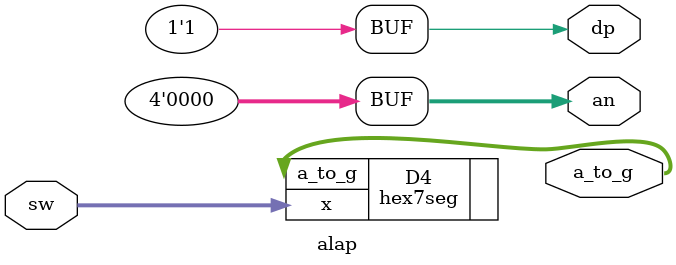
<source format=v>
`timescale 1ns / 1ps
module alap(input[3:0] sw, output[6:0] a_to_g ,
output [3:0] an,output dp
    );

assign an= 4'b0000;
assign dp=1;

hex7seg D4(.x(sw),.a_to_g(a_to_g));

endmodule

</source>
